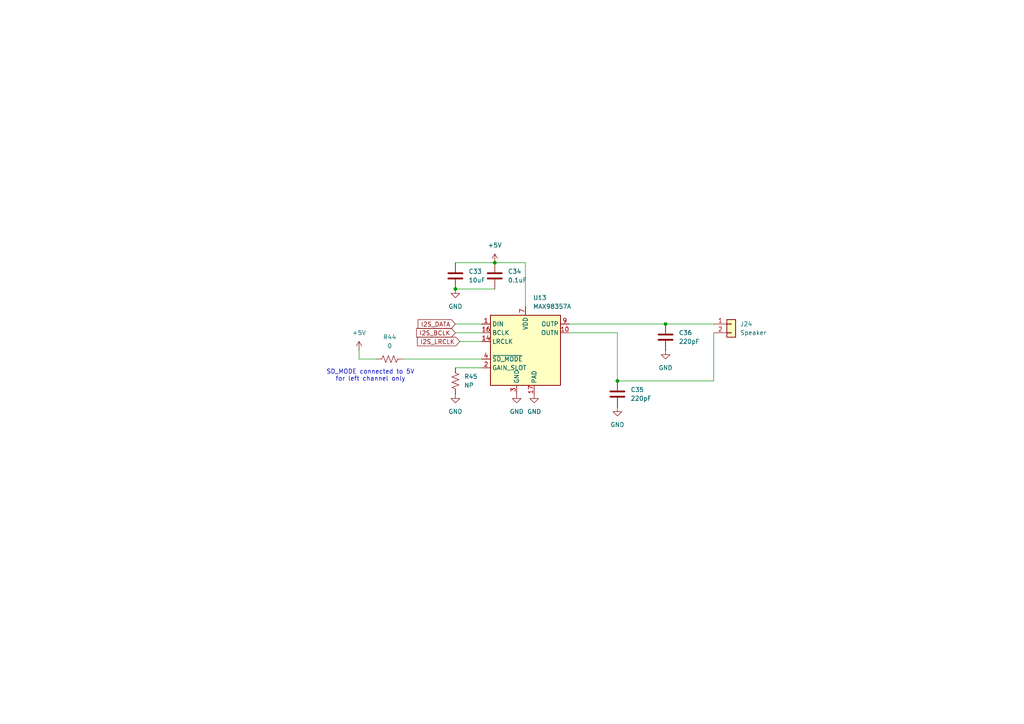
<source format=kicad_sch>
(kicad_sch (version 20231120) (generator "eeschema") (generator_version "8.0")
  (paper "A4")
  (lib_symbols
    (symbol "Audio:MAX98357A"
      (property "Reference" "U" (at -8.89 11.43 0))
      (property "Value" "MAX98357A" (at 10.16 11.43 0))
      (symbol "MAX98357A_1_1"
        (rectangle (start -10.16 10.16) (end 10.16 -10.16) (stroke (width 0.254)) (fill (type background)))
        (pin input line (at -12.7 7.62 0) (length 2.54) (name "DIN") (number "1"))
        (pin output line (at 12.7 5.08 180) (length 2.54) (name "OUTN") (number "10"))
        (pin passive line (at -2.54 -12.7 90) (length 2.54) hide (name "GND") (number "11"))
        (pin no_connect line (at 10.16 -5.08 180) (length 2.54) hide (name "NC") (number "12"))
        (pin no_connect line (at 10.16 -7.62 180) (length 2.54) hide (name "NC") (number "13"))
        (pin input line (at -12.7 2.54 0) (length 2.54) (name "LRCLK") (number "14"))
        (pin passive line (at -2.54 -12.7 90) (length 2.54) hide (name "GND") (number "15"))
        (pin input line (at -12.7 5.08 0) (length 2.54) (name "BCLK") (number "16"))
        (pin unspecified line (at 2.54 -12.7 90) (length 2.54) (name "PAD") (number "17"))
        (pin passive line (at -12.7 -5.08 0) (length 2.54) (name "GAIN_SLOT") (number "2"))
        (pin power_in line (at -2.54 -12.7 90) (length 2.54) (name "GND") (number "3"))
        (pin input line (at -12.7 -2.54 0) (length 2.54) (name "~{SD_MODE}") (number "4"))
        (pin no_connect line (at 10.16 2.54 180) (length 2.54) hide (name "NC") (number "5"))
        (pin no_connect line (at 10.16 0 180) (length 2.54) hide (name "NC") (number "6"))
        (pin power_in line (at 0 12.7 270) (length 2.54) (name "VDD") (number "7"))
        (pin passive line (at 0 12.7 270) (length 2.54) hide (name "VDD") (number "8"))
        (pin output line (at 12.7 7.62 180) (length 2.54) (name "OUTP") (number "9"))
      )
    )
    (symbol "Connector_Generic:Conn_01x02" (pin_names (offset 1.016) hide)
      (property "Reference" "J" (at 0 2.54 0))
      (property "Value" "Conn_01x02" (at 0 -5.08 0))
      (symbol "Conn_01x02_1_1"
        (rectangle (start -1.27 -2.413) (end 0 -2.667) (stroke (width 0.1524)))
        (rectangle (start -1.27 0.127) (end 0 -0.127) (stroke (width 0.1524)))
        (rectangle (start -1.27 1.27) (end 1.27 -3.81) (stroke (width 0.254)) (fill (type background)))
        (pin passive line (at -5.08 0 0) (length 3.81) (name "Pin_1") (number "1"))
        (pin passive line (at -5.08 -2.54 0) (length 3.81) (name "Pin_2") (number "2"))
      )
    )
    (symbol "Device:C" (pin_numbers hide) (pin_names (offset 0.254))
      (property "Reference" "C" (at 0.635 2.54 0))
      (property "Value" "C" (at 0.635 -2.54 0))
      (symbol "C_0_1"
        (polyline (pts (xy -2.032 -0.762) (xy 2.032 -0.762)) (stroke (width 0.508)))
        (polyline (pts (xy -2.032 0.762) (xy 2.032 0.762)) (stroke (width 0.508)))
      )
      (symbol "C_1_1"
        (pin passive line (at 0 3.81 270) (length 2.794) (name "~") (number "1"))
        (pin passive line (at 0 -3.81 90) (length 2.794) (name "~") (number "2"))
      )
    )
    (symbol "Device:R_US" (pin_numbers hide) (pin_names (offset 0))
      (property "Reference" "R" (at 2.54 0 90))
      (property "Value" "R_US" (at -2.54 0 90))
      (symbol "R_US_0_1"
        (polyline (pts (xy 0 -2.286) (xy 0 -2.54)))
        (polyline (pts (xy 0 2.286) (xy 0 2.54)))
        (polyline (pts (xy 0 -0.762) (xy 1.016 -1.143) (xy 0 -1.524) (xy -1.016 -1.905) (xy 0 -2.286)))
        (polyline (pts (xy 0 0.762) (xy 1.016 0.381) (xy 0 0) (xy -1.016 -0.381) (xy 0 -0.762)))
        (polyline (pts (xy 0 2.286) (xy 1.016 1.905) (xy 0 1.524) (xy -1.016 1.143) (xy 0 0.762)))
      )
      (symbol "R_US_1_1"
        (pin passive line (at 0 3.81 270) (length 1.27) (name "~") (number "1"))
        (pin passive line (at 0 -3.81 90) (length 1.27) (name "~") (number "2"))
      )
    )
    (symbol "power:+5V" (power) (pin_numbers hide) (pin_names (offset 0) hide)
      (property "Value" "+5V" (at 0 3.556 0))
      (symbol "+5V_0_1"
        (polyline (pts (xy -0.762 1.27) (xy 0 2.54)))
        (polyline (pts (xy 0 0) (xy 0 2.54)))
        (polyline (pts (xy 0 2.54) (xy 0.762 1.27)))
      )
      (symbol "+5V_1_1"
        (pin power_in line (at 0 0 90) (length 0) (name "~") (number "1"))
      )
    )
    (symbol "power:GND" (power) (pin_numbers hide) (pin_names (offset 0) hide)
      (property "Value" "GND" (at 0 -3.81 0))
      (symbol "GND_0_1"
        (polyline (pts (xy 0 0) (xy 0 -1.27) (xy 1.27 -1.27) (xy 0 -2.54) (xy -1.27 -1.27) (xy 0 -1.27)))
      )
      (symbol "GND_1_1"
        (pin power_in line (at 0 0 270) (length 0) (name "~") (number "1"))
      )
    )
  )
  (junction (at 179.07 110.49))
  (junction (at 193.04 93.98))
  (junction (at 132.08 83.82))
  (junction (at 143.51 76.2))
  (wire (pts (xy 132.08 93.98) (xy 139.7 93.98)))
  (wire (pts (xy 179.07 96.52) (xy 179.07 110.49)))
  (wire (pts (xy 193.04 93.98) (xy 207.01 93.98)))
  (wire (pts (xy 143.51 76.2) (xy 152.4 76.2)))
  (wire (pts (xy 152.4 76.2) (xy 152.4 88.9)))
  (wire (pts (xy 132.08 106.68) (xy 139.7 106.68)))
  (wire (pts (xy 207.01 96.52) (xy 207.01 110.49)))
  (wire (pts (xy 104.14 104.14) (xy 109.22 104.14)))
  (wire (pts (xy 179.07 96.52) (xy 165.1 96.52)))
  (wire (pts (xy 207.01 110.49) (xy 179.07 110.49)))
  (wire (pts (xy 133.35 99.06) (xy 139.7 99.06)))
  (wire (pts (xy 116.84 104.14) (xy 139.7 104.14)))
  (wire (pts (xy 104.14 104.14) (xy 104.14 101.6)))
  (wire (pts (xy 165.1 93.98) (xy 193.04 93.98)))
  (wire (pts (xy 132.08 76.2) (xy 143.51 76.2)))
  (wire (pts (xy 132.08 96.52) (xy 139.7 96.52)))
  (wire (pts (xy 132.08 83.82) (xy 143.51 83.82)))
  (text "SD_MODE connected to 5V\nfor left channel only\n" (at 107.442 108.966 0) (effects (font (size 1.27 1.27))))
  (global_label "I2S_DATA" (shape input) (at 132.08 93.98 180) (property "Intersheetrefs" "${INTERSHEET_REFS}" (effects (hide yes))))
  (global_label "I2S_LRCLK" (shape input) (at 133.35 99.06 180) (property "Intersheetrefs" "${INTERSHEET_REFS}" (effects (hide yes))))
  (global_label "I2S_BCLK" (shape input) (at 132.08 96.52 180) (property "Intersheetrefs" "${INTERSHEET_REFS}" (effects (hide yes))))
  (symbol (lib_id "Device:R_US") (at 113.03 104.14 90) (unit 1)
    (property "Reference" "R44" (at 113.03 97.79 90))
    (property "Value" "0" (at 113.03 100.33 90))
    (property "Footprint" "Resistor_SMD:R_0603_1608Metric" (effects (hide yes)))
    (property "Description" "Resistor, US symbol" (effects (hide yes)))
  )
  (symbol (lib_id "power:GND") (at 132.08 114.3 0) (unit 1)
    (property "Reference" "#PWR0112" (effects (hide yes)))
    (property "Value" "GND" (at 132.08 119.38 0))
    (property "Description" "Power symbol creates a global label with name \"GND\" , ground" (effects (hide yes)))
  )
  (symbol (lib_id "Audio:MAX98357A") (at 152.4 101.6 0) (unit 1)
    (property "Reference" "U13" (at 154.5941 86.36 0) (effects (justify left)))
    (property "Value" "MAX98357A" (at 154.5941 88.9 0) (effects (justify left)))
    (property "Footprint" "Package_DFN_QFN:TQFN-16-1EP_3x3mm_P0.5mm_EP1.23x1.23mm" (effects (hide yes)))
    (property "Datasheet" "https://www.analog.com/media/en/technical-documentation/data-sheets/MAX98357A-MAX98357B.pdf" (effects (hide yes)))
    (property "Description" "Mono DAC with amplifier, I2S, PCM, TDM, 32-bit, 96khz, 3.2W, TQFP-16" (effects (hide yes)))
  )
  (symbol (lib_id "Device:R_US") (at 132.08 110.49 180) (unit 1)
    (property "Reference" "R45" (at 134.62 109.2199 0) (effects (justify right)))
    (property "Value" "NP" (at 134.62 111.7599 0) (effects (justify right)))
    (property "Footprint" "Resistor_SMD:R_0603_1608Metric" (effects (hide yes)))
    (property "Description" "Resistor, US symbol" (effects (hide yes)))
  )
  (symbol (lib_id "power:GND") (at 154.94 114.3 0) (unit 1)
    (property "Reference" "#PWR0115" (effects (hide yes)))
    (property "Value" "GND" (at 154.94 119.38 0))
    (property "Description" "Power symbol creates a global label with name \"GND\" , ground" (effects (hide yes)))
  )
  (symbol (lib_id "power:+5V") (at 143.51 76.2 0) (unit 1)
    (property "Reference" "#PWR0113" (effects (hide yes)))
    (property "Value" "+5V" (at 143.51 71.12 0))
    (property "Description" "Power symbol creates a global label with name \"+5V\"" (effects (hide yes)))
  )
  (symbol (lib_id "power:GND") (at 193.04 101.6 0) (unit 1)
    (property "Reference" "#PWR0117" (effects (hide yes)))
    (property "Value" "GND" (at 193.04 106.68 0))
    (property "Description" "Power symbol creates a global label with name \"GND\" , ground" (effects (hide yes)))
  )
  (symbol (lib_id "power:GND") (at 132.08 83.82 0) (unit 1)
    (property "Reference" "#PWR0111" (effects (hide yes)))
    (property "Value" "GND" (at 132.08 88.9 0))
    (property "Description" "Power symbol creates a global label with name \"GND\" , ground" (effects (hide yes)))
  )
  (symbol (lib_id "Device:C") (at 179.07 114.3 0) (unit 1)
    (property "Reference" "C35" (at 182.88 113.0299 0) (effects (justify left)))
    (property "Value" "220pF" (at 182.88 115.5699 0) (effects (justify left)))
    (property "Footprint" "Capacitor_SMD:C_0603_1608Metric" (effects (hide yes)))
    (property "Description" "Unpolarized capacitor" (effects (hide yes)))
  )
  (symbol (lib_id "power:GND") (at 149.86 114.3 0) (unit 1)
    (property "Reference" "#PWR0114" (effects (hide yes)))
    (property "Value" "GND" (at 149.86 119.38 0))
    (property "Description" "Power symbol creates a global label with name \"GND\" , ground" (effects (hide yes)))
  )
  (symbol (lib_id "Connector_Generic:Conn_01x02") (at 212.09 93.98 0) (unit 1)
    (property "Reference" "J24" (at 214.63 93.9799 0) (effects (justify left)))
    (property "Value" "Speaker" (at 214.63 96.5199 0) (effects (justify left)))
    (property "Footprint" "Connector_Molex:Molex_PicoBlade_53398-0271_1x02-1MP_P1.25mm_Vertical" (effects (hide yes)))
    (property "Description" "Generic connector, single row, 01x02, script generated (kicad-library-utils/schlib/autogen/connector/)" (effects (hide yes)))
  )
  (symbol (lib_id "Device:C") (at 143.51 80.01 0) (unit 1)
    (property "Reference" "C34" (at 147.32 78.7399 0) (effects (justify left)))
    (property "Value" "0.1uF" (at 147.32 81.2799 0) (effects (justify left)))
    (property "Footprint" "Capacitor_SMD:C_0603_1608Metric" (effects (hide yes)))
    (property "Description" "Unpolarized capacitor" (effects (hide yes)))
  )
  (symbol (lib_id "Device:C") (at 193.04 97.79 0) (unit 1)
    (property "Reference" "C36" (at 196.85 96.5199 0) (effects (justify left)))
    (property "Value" "220pF" (at 196.85 99.0599 0) (effects (justify left)))
    (property "Footprint" "Capacitor_SMD:C_0603_1608Metric" (effects (hide yes)))
    (property "Description" "Unpolarized capacitor" (effects (hide yes)))
  )
  (symbol (lib_id "power:+5V") (at 104.14 101.6 0) (unit 1)
    (property "Reference" "#PWR0110" (effects (hide yes)))
    (property "Value" "+5V" (at 104.14 96.52 0))
    (property "Description" "Power symbol creates a global label with name \"+5V\"" (effects (hide yes)))
  )
  (symbol (lib_id "power:GND") (at 179.07 118.11 0) (unit 1)
    (property "Reference" "#PWR0116" (effects (hide yes)))
    (property "Value" "GND" (at 179.07 123.19 0))
    (property "Description" "Power symbol creates a global label with name \"GND\" , ground" (effects (hide yes)))
  )
  (symbol (lib_id "Device:C") (at 132.08 80.01 0) (unit 1)
    (property "Reference" "C33" (at 135.89 78.7399 0) (effects (justify left)))
    (property "Value" "10uF" (at 135.89 81.2799 0) (effects (justify left)))
    (property "Footprint" "Capacitor_SMD:C_0603_1608Metric" (effects (hide yes)))
    (property "Description" "Unpolarized capacitor" (effects (hide yes)))
  )
)
</source>
